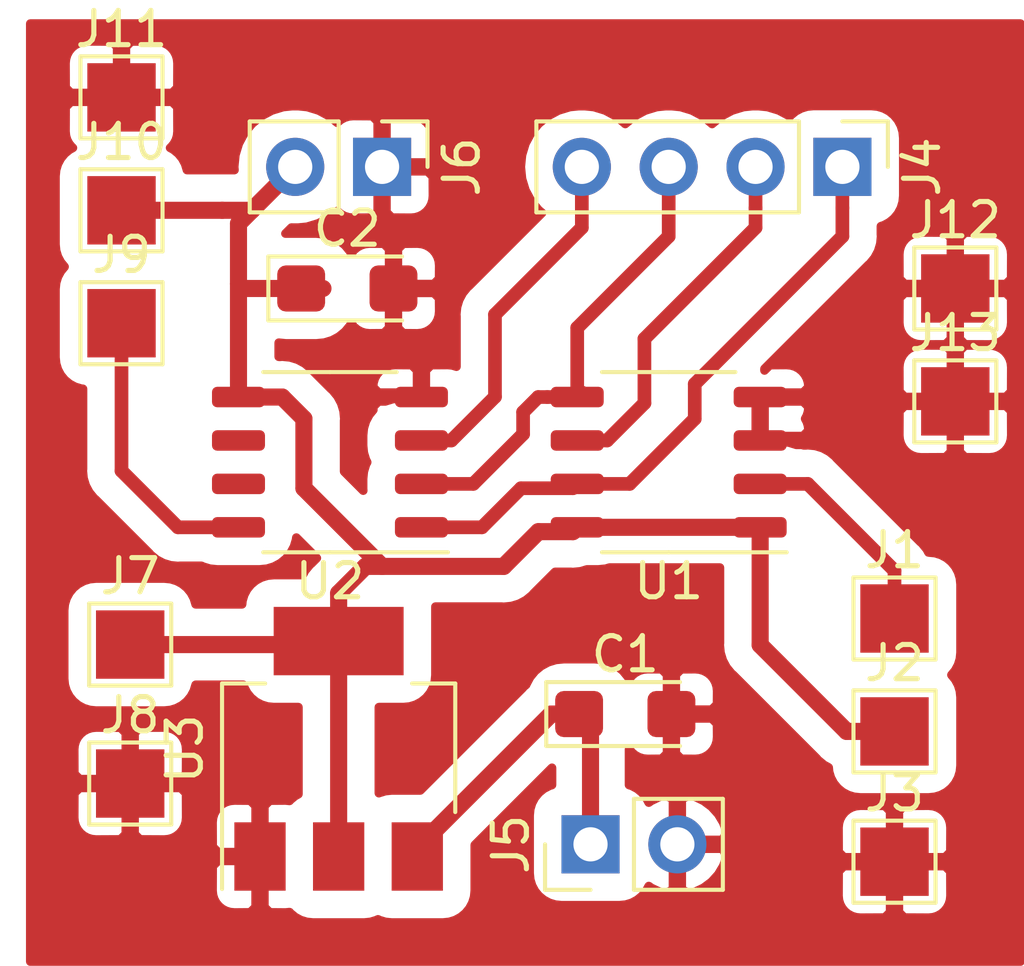
<source format=kicad_pcb>
(kicad_pcb (version 20171130) (host pcbnew "(5.1.4-0-10_14)")

  (general
    (thickness 1.6)
    (drawings 0)
    (tracks 70)
    (zones 0)
    (modules 18)
    (nets 10)
  )

  (page A4)
  (layers
    (0 F.Cu signal)
    (31 B.Cu signal)
    (32 B.Adhes user)
    (33 F.Adhes user)
    (34 B.Paste user)
    (35 F.Paste user)
    (36 B.SilkS user)
    (37 F.SilkS user)
    (38 B.Mask user)
    (39 F.Mask user)
    (40 Dwgs.User user)
    (41 Cmts.User user)
    (42 Eco1.User user)
    (43 Eco2.User user)
    (44 Edge.Cuts user)
    (45 Margin user)
    (46 B.CrtYd user)
    (47 F.CrtYd user)
    (48 B.Fab user)
    (49 F.Fab user)
  )

  (setup
    (last_trace_width 0.4)
    (trace_clearance 0.2)
    (zone_clearance 0.8)
    (zone_45_only no)
    (trace_min 0.2)
    (via_size 0.8)
    (via_drill 0.4)
    (via_min_size 0.4)
    (via_min_drill 0.3)
    (uvia_size 0.3)
    (uvia_drill 0.1)
    (uvias_allowed no)
    (uvia_min_size 0.2)
    (uvia_min_drill 0.1)
    (edge_width 0.15)
    (segment_width 0.2)
    (pcb_text_width 0.3)
    (pcb_text_size 1.5 1.5)
    (mod_edge_width 0.15)
    (mod_text_size 1 1)
    (mod_text_width 0.15)
    (pad_size 1.524 1.524)
    (pad_drill 0.762)
    (pad_to_mask_clearance 0.051)
    (solder_mask_min_width 0.25)
    (aux_axis_origin 0 0)
    (visible_elements FFFFFF7F)
    (pcbplotparams
      (layerselection 0x010fc_ffffffff)
      (usegerberextensions false)
      (usegerberattributes false)
      (usegerberadvancedattributes false)
      (creategerberjobfile false)
      (excludeedgelayer true)
      (linewidth 0.100000)
      (plotframeref false)
      (viasonmask false)
      (mode 1)
      (useauxorigin false)
      (hpglpennumber 1)
      (hpglpenspeed 20)
      (hpglpendiameter 15.000000)
      (psnegative false)
      (psa4output false)
      (plotreference true)
      (plotvalue true)
      (plotinvisibletext false)
      (padsonsilk false)
      (subtractmaskfromsilk false)
      (outputformat 1)
      (mirror false)
      (drillshape 1)
      (scaleselection 1)
      (outputdirectory ""))
  )

  (net 0 "")
  (net 1 +3V3)
  (net 2 GND)
  (net 3 MOSI)
  (net 4 MISO)
  (net 5 SCK)
  (net 6 MIC)
  (net 7 AUD_OUT)
  (net 8 HCS)
  (net 9 +5V)

  (net_class Default "This is the default net class."
    (clearance 0.2)
    (trace_width 0.4)
    (via_dia 0.8)
    (via_drill 0.4)
    (uvia_dia 0.3)
    (uvia_drill 0.1)
    (add_net AUD_OUT)
    (add_net GND)
    (add_net HCS)
    (add_net MIC)
    (add_net MISO)
    (add_net MOSI)
    (add_net "Net-(U2-Pad6)")
    (add_net "Net-(U2-Pad7)")
    (add_net SCK)
  )

  (net_class PWR ""
    (clearance 0.2)
    (trace_width 0.5)
    (via_dia 0.8)
    (via_drill 0.4)
    (uvia_dia 0.3)
    (uvia_drill 0.1)
    (add_net +3V3)
    (add_net +5V)
  )

  (module TestPoint:TestPoint_Pad_2.0x2.0mm (layer F.Cu) (tedit 5A0F774F) (tstamp 5D967786)
    (at 53.848 50.038)
    (descr "SMD rectangular pad as test Point, square 2.0mm side length")
    (tags "test point SMD pad rectangle square")
    (path /5D98D845)
    (attr virtual)
    (fp_text reference J13 (at 0 -1.998) (layer F.SilkS)
      (effects (font (size 1 1) (thickness 0.15)))
    )
    (fp_text value BTN_GND (at 0 2.05 90) (layer F.Fab)
      (effects (font (size 1 1) (thickness 0.15)))
    )
    (fp_line (start 1.5 1.5) (end -1.5 1.5) (layer F.CrtYd) (width 0.05))
    (fp_line (start 1.5 1.5) (end 1.5 -1.5) (layer F.CrtYd) (width 0.05))
    (fp_line (start -1.5 -1.5) (end -1.5 1.5) (layer F.CrtYd) (width 0.05))
    (fp_line (start -1.5 -1.5) (end 1.5 -1.5) (layer F.CrtYd) (width 0.05))
    (fp_line (start -1.2 1.2) (end -1.2 -1.2) (layer F.SilkS) (width 0.12))
    (fp_line (start 1.2 1.2) (end -1.2 1.2) (layer F.SilkS) (width 0.12))
    (fp_line (start 1.2 -1.2) (end 1.2 1.2) (layer F.SilkS) (width 0.12))
    (fp_line (start -1.2 -1.2) (end 1.2 -1.2) (layer F.SilkS) (width 0.12))
    (fp_text user %R (at 0 -2) (layer F.Fab)
      (effects (font (size 1 1) (thickness 0.15)))
    )
    (pad 1 smd rect (at 0 0) (size 2 2) (layers F.Cu F.Mask)
      (net 2 GND))
  )

  (module TestPoint:TestPoint_Pad_2.0x2.0mm (layer F.Cu) (tedit 5A0F774F) (tstamp 5D967778)
    (at 53.848 46.736)
    (descr "SMD rectangular pad as test Point, square 2.0mm side length")
    (tags "test point SMD pad rectangle square")
    (path /5D98C795)
    (attr virtual)
    (fp_text reference J12 (at 0 -1.998) (layer F.SilkS)
      (effects (font (size 1 1) (thickness 0.15)))
    )
    (fp_text value REED_GND (at 0 2.05 90) (layer F.Fab)
      (effects (font (size 1 1) (thickness 0.15)))
    )
    (fp_line (start 1.5 1.5) (end -1.5 1.5) (layer F.CrtYd) (width 0.05))
    (fp_line (start 1.5 1.5) (end 1.5 -1.5) (layer F.CrtYd) (width 0.05))
    (fp_line (start -1.5 -1.5) (end -1.5 1.5) (layer F.CrtYd) (width 0.05))
    (fp_line (start -1.5 -1.5) (end 1.5 -1.5) (layer F.CrtYd) (width 0.05))
    (fp_line (start -1.2 1.2) (end -1.2 -1.2) (layer F.SilkS) (width 0.12))
    (fp_line (start 1.2 1.2) (end -1.2 1.2) (layer F.SilkS) (width 0.12))
    (fp_line (start 1.2 -1.2) (end 1.2 1.2) (layer F.SilkS) (width 0.12))
    (fp_line (start -1.2 -1.2) (end 1.2 -1.2) (layer F.SilkS) (width 0.12))
    (fp_text user %R (at 0 -2) (layer F.Fab)
      (effects (font (size 1 1) (thickness 0.15)))
    )
    (pad 1 smd rect (at 0 0) (size 2 2) (layers F.Cu F.Mask)
      (net 2 GND))
  )

  (module TestPoint:TestPoint_Pad_2.0x2.0mm (layer F.Cu) (tedit 5A0F774F) (tstamp 5D96771C)
    (at 29.718 61.214)
    (descr "SMD rectangular pad as test Point, square 2.0mm side length")
    (tags "test point SMD pad rectangle square")
    (path /5D98B7C7)
    (attr virtual)
    (fp_text reference J8 (at 0 -1.998) (layer F.SilkS)
      (effects (font (size 1 1) (thickness 0.15)))
    )
    (fp_text value LED_GND (at 0 2.05) (layer F.Fab)
      (effects (font (size 1 1) (thickness 0.15)))
    )
    (fp_line (start 1.5 1.5) (end -1.5 1.5) (layer F.CrtYd) (width 0.05))
    (fp_line (start 1.5 1.5) (end 1.5 -1.5) (layer F.CrtYd) (width 0.05))
    (fp_line (start -1.5 -1.5) (end -1.5 1.5) (layer F.CrtYd) (width 0.05))
    (fp_line (start -1.5 -1.5) (end 1.5 -1.5) (layer F.CrtYd) (width 0.05))
    (fp_line (start -1.2 1.2) (end -1.2 -1.2) (layer F.SilkS) (width 0.12))
    (fp_line (start 1.2 1.2) (end -1.2 1.2) (layer F.SilkS) (width 0.12))
    (fp_line (start 1.2 -1.2) (end 1.2 1.2) (layer F.SilkS) (width 0.12))
    (fp_line (start -1.2 -1.2) (end 1.2 -1.2) (layer F.SilkS) (width 0.12))
    (fp_text user %R (at 0 -2) (layer F.Fab)
      (effects (font (size 1 1) (thickness 0.15)))
    )
    (pad 1 smd rect (at 0 0) (size 2 2) (layers F.Cu F.Mask)
      (net 2 GND))
  )

  (module TestPoint:TestPoint_Pad_2.0x2.0mm (layer F.Cu) (tedit 5A0F774F) (tstamp 5D96770E)
    (at 29.718 57.15)
    (descr "SMD rectangular pad as test Point, square 2.0mm side length")
    (tags "test point SMD pad rectangle square")
    (path /5D98B7BB)
    (attr virtual)
    (fp_text reference J7 (at 0 -1.998) (layer F.SilkS)
      (effects (font (size 1 1) (thickness 0.15)))
    )
    (fp_text value LED_PWR (at 0 2.05) (layer F.Fab)
      (effects (font (size 1 1) (thickness 0.15)))
    )
    (fp_line (start 1.5 1.5) (end -1.5 1.5) (layer F.CrtYd) (width 0.05))
    (fp_line (start 1.5 1.5) (end 1.5 -1.5) (layer F.CrtYd) (width 0.05))
    (fp_line (start -1.5 -1.5) (end -1.5 1.5) (layer F.CrtYd) (width 0.05))
    (fp_line (start -1.5 -1.5) (end 1.5 -1.5) (layer F.CrtYd) (width 0.05))
    (fp_line (start -1.2 1.2) (end -1.2 -1.2) (layer F.SilkS) (width 0.12))
    (fp_line (start 1.2 1.2) (end -1.2 1.2) (layer F.SilkS) (width 0.12))
    (fp_line (start 1.2 -1.2) (end 1.2 1.2) (layer F.SilkS) (width 0.12))
    (fp_line (start -1.2 -1.2) (end 1.2 -1.2) (layer F.SilkS) (width 0.12))
    (fp_text user %R (at 0 -2) (layer F.Fab)
      (effects (font (size 1 1) (thickness 0.15)))
    )
    (pad 1 smd rect (at 0 0) (size 2 2) (layers F.Cu F.Mask)
      (net 1 +3V3))
  )

  (module Capacitor_Tantalum_SMD:CP_EIA-3216-10_Kemet-I (layer F.Cu) (tedit 5B301BBE) (tstamp 5D9658DA)
    (at 36.068 46.736)
    (descr "Tantalum Capacitor SMD Kemet-I (3216-10 Metric), IPC_7351 nominal, (Body size from: http://www.kemet.com/Lists/ProductCatalog/Attachments/253/KEM_TC101_STD.pdf), generated with kicad-footprint-generator")
    (tags "capacitor tantalum")
    (path /5D96BF72)
    (attr smd)
    (fp_text reference C2 (at 0 -1.75) (layer F.SilkS)
      (effects (font (size 1 1) (thickness 0.15)))
    )
    (fp_text value 10uF (at 0 1.75) (layer F.Fab)
      (effects (font (size 1 1) (thickness 0.15)))
    )
    (fp_text user %R (at 0 0) (layer F.Fab)
      (effects (font (size 0.8 0.8) (thickness 0.12)))
    )
    (fp_line (start 2.3 1.05) (end -2.3 1.05) (layer F.CrtYd) (width 0.05))
    (fp_line (start 2.3 -1.05) (end 2.3 1.05) (layer F.CrtYd) (width 0.05))
    (fp_line (start -2.3 -1.05) (end 2.3 -1.05) (layer F.CrtYd) (width 0.05))
    (fp_line (start -2.3 1.05) (end -2.3 -1.05) (layer F.CrtYd) (width 0.05))
    (fp_line (start -2.31 0.935) (end 1.6 0.935) (layer F.SilkS) (width 0.12))
    (fp_line (start -2.31 -0.935) (end -2.31 0.935) (layer F.SilkS) (width 0.12))
    (fp_line (start 1.6 -0.935) (end -2.31 -0.935) (layer F.SilkS) (width 0.12))
    (fp_line (start 1.6 0.8) (end 1.6 -0.8) (layer F.Fab) (width 0.1))
    (fp_line (start -1.6 0.8) (end 1.6 0.8) (layer F.Fab) (width 0.1))
    (fp_line (start -1.6 -0.4) (end -1.6 0.8) (layer F.Fab) (width 0.1))
    (fp_line (start -1.2 -0.8) (end -1.6 -0.4) (layer F.Fab) (width 0.1))
    (fp_line (start 1.6 -0.8) (end -1.2 -0.8) (layer F.Fab) (width 0.1))
    (pad 2 smd roundrect (at 1.35 0) (size 1.4 1.35) (layers F.Cu F.Paste F.Mask) (roundrect_rratio 0.185185)
      (net 2 GND))
    (pad 1 smd roundrect (at -1.35 0) (size 1.4 1.35) (layers F.Cu F.Paste F.Mask) (roundrect_rratio 0.185185)
      (net 1 +3V3))
    (model ${KISYS3DMOD}/Capacitor_Tantalum_SMD.3dshapes/CP_EIA-3216-10_Kemet-I.wrl
      (at (xyz 0 0 0))
      (scale (xyz 1 1 1))
      (rotate (xyz 0 0 0))
    )
  )

  (module Package_TO_SOT_SMD:SOT-223-3_TabPin2 (layer F.Cu) (tedit 5A02FF57) (tstamp 5D965A36)
    (at 35.814 60.198 90)
    (descr "module CMS SOT223 4 pins")
    (tags "CMS SOT")
    (path /5D9678D0)
    (attr smd)
    (fp_text reference U3 (at 0 -4.5 90) (layer F.SilkS)
      (effects (font (size 1 1) (thickness 0.15)))
    )
    (fp_text value AMS1117-3.3 (at 0 4.5 90) (layer F.Fab)
      (effects (font (size 1 1) (thickness 0.15)))
    )
    (fp_line (start 1.85 -3.35) (end 1.85 3.35) (layer F.Fab) (width 0.1))
    (fp_line (start -1.85 3.35) (end 1.85 3.35) (layer F.Fab) (width 0.1))
    (fp_line (start -4.1 -3.41) (end 1.91 -3.41) (layer F.SilkS) (width 0.12))
    (fp_line (start -0.85 -3.35) (end 1.85 -3.35) (layer F.Fab) (width 0.1))
    (fp_line (start -1.85 3.41) (end 1.91 3.41) (layer F.SilkS) (width 0.12))
    (fp_line (start -1.85 -2.35) (end -1.85 3.35) (layer F.Fab) (width 0.1))
    (fp_line (start -1.85 -2.35) (end -0.85 -3.35) (layer F.Fab) (width 0.1))
    (fp_line (start -4.4 -3.6) (end -4.4 3.6) (layer F.CrtYd) (width 0.05))
    (fp_line (start -4.4 3.6) (end 4.4 3.6) (layer F.CrtYd) (width 0.05))
    (fp_line (start 4.4 3.6) (end 4.4 -3.6) (layer F.CrtYd) (width 0.05))
    (fp_line (start 4.4 -3.6) (end -4.4 -3.6) (layer F.CrtYd) (width 0.05))
    (fp_line (start 1.91 -3.41) (end 1.91 -2.15) (layer F.SilkS) (width 0.12))
    (fp_line (start 1.91 3.41) (end 1.91 2.15) (layer F.SilkS) (width 0.12))
    (fp_text user %R (at 0 0) (layer F.Fab)
      (effects (font (size 0.8 0.8) (thickness 0.12)))
    )
    (pad 1 smd rect (at -3.15 -2.3 90) (size 2 1.5) (layers F.Cu F.Paste F.Mask)
      (net 2 GND))
    (pad 3 smd rect (at -3.15 2.3 90) (size 2 1.5) (layers F.Cu F.Paste F.Mask)
      (net 9 +5V))
    (pad 2 smd rect (at -3.15 0 90) (size 2 1.5) (layers F.Cu F.Paste F.Mask)
      (net 1 +3V3))
    (pad 2 smd rect (at 3.15 0 90) (size 2 3.8) (layers F.Cu F.Paste F.Mask)
      (net 1 +3V3))
    (model ${KISYS3DMOD}/Package_TO_SOT_SMD.3dshapes/SOT-223.wrl
      (at (xyz 0 0 0))
      (scale (xyz 1 1 1))
      (rotate (xyz 0 0 0))
    )
  )

  (module Connector_PinHeader_2.54mm:PinHeader_1x02_P2.54mm_Vertical (layer F.Cu) (tedit 59FED5CC) (tstamp 5D96596A)
    (at 37.084 43.18 270)
    (descr "Through hole straight pin header, 1x02, 2.54mm pitch, single row")
    (tags "Through hole pin header THT 1x02 2.54mm single row")
    (path /5D96D0AB)
    (fp_text reference J6 (at 0 -2.33 90) (layer F.SilkS)
      (effects (font (size 1 1) (thickness 0.15)))
    )
    (fp_text value ESP-PWR (at 0 4.87 90) (layer F.Fab)
      (effects (font (size 1 1) (thickness 0.15)))
    )
    (fp_text user %R (at 0 1.27) (layer F.Fab)
      (effects (font (size 1 1) (thickness 0.15)))
    )
    (fp_line (start 1.8 -1.8) (end -1.8 -1.8) (layer F.CrtYd) (width 0.05))
    (fp_line (start 1.8 4.35) (end 1.8 -1.8) (layer F.CrtYd) (width 0.05))
    (fp_line (start -1.8 4.35) (end 1.8 4.35) (layer F.CrtYd) (width 0.05))
    (fp_line (start -1.8 -1.8) (end -1.8 4.35) (layer F.CrtYd) (width 0.05))
    (fp_line (start -1.33 -1.33) (end 0 -1.33) (layer F.SilkS) (width 0.12))
    (fp_line (start -1.33 0) (end -1.33 -1.33) (layer F.SilkS) (width 0.12))
    (fp_line (start -1.33 1.27) (end 1.33 1.27) (layer F.SilkS) (width 0.12))
    (fp_line (start 1.33 1.27) (end 1.33 3.87) (layer F.SilkS) (width 0.12))
    (fp_line (start -1.33 1.27) (end -1.33 3.87) (layer F.SilkS) (width 0.12))
    (fp_line (start -1.33 3.87) (end 1.33 3.87) (layer F.SilkS) (width 0.12))
    (fp_line (start -1.27 -0.635) (end -0.635 -1.27) (layer F.Fab) (width 0.1))
    (fp_line (start -1.27 3.81) (end -1.27 -0.635) (layer F.Fab) (width 0.1))
    (fp_line (start 1.27 3.81) (end -1.27 3.81) (layer F.Fab) (width 0.1))
    (fp_line (start 1.27 -1.27) (end 1.27 3.81) (layer F.Fab) (width 0.1))
    (fp_line (start -0.635 -1.27) (end 1.27 -1.27) (layer F.Fab) (width 0.1))
    (pad 2 thru_hole oval (at 0 2.54 270) (size 1.7 1.7) (drill 1) (layers *.Cu *.Mask)
      (net 1 +3V3))
    (pad 1 thru_hole rect (at 0 0 270) (size 1.7 1.7) (drill 1) (layers *.Cu *.Mask)
      (net 2 GND))
    (model ${KISYS3DMOD}/Connector_PinHeader_2.54mm.3dshapes/PinHeader_1x02_P2.54mm_Vertical.wrl
      (at (xyz 0 0 0))
      (scale (xyz 1 1 1))
      (rotate (xyz 0 0 0))
    )
  )

  (module Connector_PinHeader_2.54mm:PinHeader_1x02_P2.54mm_Vertical (layer F.Cu) (tedit 59FED5CC) (tstamp 5D966908)
    (at 43.18 62.992 90)
    (descr "Through hole straight pin header, 1x02, 2.54mm pitch, single row")
    (tags "Through hole pin header THT 1x02 2.54mm single row")
    (path /5D9609AE)
    (fp_text reference J5 (at 0 -2.33 90) (layer F.SilkS)
      (effects (font (size 1 1) (thickness 0.15)))
    )
    (fp_text value PWR (at 0 4.87 90) (layer F.Fab)
      (effects (font (size 1 1) (thickness 0.15)))
    )
    (fp_text user %R (at 0 1.27) (layer F.Fab)
      (effects (font (size 1 1) (thickness 0.15)))
    )
    (fp_line (start 1.8 -1.8) (end -1.8 -1.8) (layer F.CrtYd) (width 0.05))
    (fp_line (start 1.8 4.35) (end 1.8 -1.8) (layer F.CrtYd) (width 0.05))
    (fp_line (start -1.8 4.35) (end 1.8 4.35) (layer F.CrtYd) (width 0.05))
    (fp_line (start -1.8 -1.8) (end -1.8 4.35) (layer F.CrtYd) (width 0.05))
    (fp_line (start -1.33 -1.33) (end 0 -1.33) (layer F.SilkS) (width 0.12))
    (fp_line (start -1.33 0) (end -1.33 -1.33) (layer F.SilkS) (width 0.12))
    (fp_line (start -1.33 1.27) (end 1.33 1.27) (layer F.SilkS) (width 0.12))
    (fp_line (start 1.33 1.27) (end 1.33 3.87) (layer F.SilkS) (width 0.12))
    (fp_line (start -1.33 1.27) (end -1.33 3.87) (layer F.SilkS) (width 0.12))
    (fp_line (start -1.33 3.87) (end 1.33 3.87) (layer F.SilkS) (width 0.12))
    (fp_line (start -1.27 -0.635) (end -0.635 -1.27) (layer F.Fab) (width 0.1))
    (fp_line (start -1.27 3.81) (end -1.27 -0.635) (layer F.Fab) (width 0.1))
    (fp_line (start 1.27 3.81) (end -1.27 3.81) (layer F.Fab) (width 0.1))
    (fp_line (start 1.27 -1.27) (end 1.27 3.81) (layer F.Fab) (width 0.1))
    (fp_line (start -0.635 -1.27) (end 1.27 -1.27) (layer F.Fab) (width 0.1))
    (pad 2 thru_hole oval (at 0 2.54 90) (size 1.7 1.7) (drill 1) (layers *.Cu *.Mask)
      (net 2 GND))
    (pad 1 thru_hole rect (at 0 0 90) (size 1.7 1.7) (drill 1) (layers *.Cu *.Mask)
      (net 9 +5V))
    (model ${KISYS3DMOD}/Connector_PinHeader_2.54mm.3dshapes/PinHeader_1x02_P2.54mm_Vertical.wrl
      (at (xyz 0 0 0))
      (scale (xyz 1 1 1))
      (rotate (xyz 0 0 0))
    )
  )

  (module Capacitor_Tantalum_SMD:CP_EIA-3216-10_Kemet-I (layer F.Cu) (tedit 5B301BBE) (tstamp 5D96695F)
    (at 44.196 59.182)
    (descr "Tantalum Capacitor SMD Kemet-I (3216-10 Metric), IPC_7351 nominal, (Body size from: http://www.kemet.com/Lists/ProductCatalog/Attachments/253/KEM_TC101_STD.pdf), generated with kicad-footprint-generator")
    (tags "capacitor tantalum")
    (path /5D96A286)
    (attr smd)
    (fp_text reference C1 (at 0 -1.75) (layer F.SilkS)
      (effects (font (size 1 1) (thickness 0.15)))
    )
    (fp_text value 10uF (at 0 1.75) (layer F.Fab)
      (effects (font (size 1 1) (thickness 0.15)))
    )
    (fp_text user %R (at 0 0 180) (layer F.Fab)
      (effects (font (size 0.8 0.8) (thickness 0.12)))
    )
    (fp_line (start 2.3 1.05) (end -2.3 1.05) (layer F.CrtYd) (width 0.05))
    (fp_line (start 2.3 -1.05) (end 2.3 1.05) (layer F.CrtYd) (width 0.05))
    (fp_line (start -2.3 -1.05) (end 2.3 -1.05) (layer F.CrtYd) (width 0.05))
    (fp_line (start -2.3 1.05) (end -2.3 -1.05) (layer F.CrtYd) (width 0.05))
    (fp_line (start -2.31 0.935) (end 1.6 0.935) (layer F.SilkS) (width 0.12))
    (fp_line (start -2.31 -0.935) (end -2.31 0.935) (layer F.SilkS) (width 0.12))
    (fp_line (start 1.6 -0.935) (end -2.31 -0.935) (layer F.SilkS) (width 0.12))
    (fp_line (start 1.6 0.8) (end 1.6 -0.8) (layer F.Fab) (width 0.1))
    (fp_line (start -1.6 0.8) (end 1.6 0.8) (layer F.Fab) (width 0.1))
    (fp_line (start -1.6 -0.4) (end -1.6 0.8) (layer F.Fab) (width 0.1))
    (fp_line (start -1.2 -0.8) (end -1.6 -0.4) (layer F.Fab) (width 0.1))
    (fp_line (start 1.6 -0.8) (end -1.2 -0.8) (layer F.Fab) (width 0.1))
    (pad 2 smd roundrect (at 1.35 0) (size 1.4 1.35) (layers F.Cu F.Paste F.Mask) (roundrect_rratio 0.185185)
      (net 2 GND))
    (pad 1 smd roundrect (at -1.35 0) (size 1.4 1.35) (layers F.Cu F.Paste F.Mask) (roundrect_rratio 0.185185)
      (net 9 +5V))
    (model ${KISYS3DMOD}/Capacitor_Tantalum_SMD.3dshapes/CP_EIA-3216-10_Kemet-I.wrl
      (at (xyz 0 0 0))
      (scale (xyz 1 1 1))
      (rotate (xyz 0 0 0))
    )
  )

  (module Package_SO:SSOP-8_3.9x5.05mm_P1.27mm (layer F.Cu) (tedit 5B9564B2) (tstamp 5D95FFF1)
    (at 45.466 51.816 180)
    (descr "SSOP, 8 Pin (http://www.fujitsu.com/downloads/MICRO/fsa/pdf/products/memory/fram/MB85RS16-DS501-00014-6v0-E.pdf), generated with kicad-footprint-generator ipc_gullwing_generator.py")
    (tags "SSOP SO")
    (path /5BF6B0D1)
    (attr smd)
    (fp_text reference U1 (at 0 -3.48) (layer F.SilkS)
      (effects (font (size 1 1) (thickness 0.15)))
    )
    (fp_text value MCP3201/TLC549IP (at 0 3.48) (layer F.Fab)
      (effects (font (size 1 1) (thickness 0.15)))
    )
    (fp_text user %R (at 0 0) (layer F.Fab)
      (effects (font (size 0.98 0.98) (thickness 0.15)))
    )
    (fp_line (start 3.7 -2.78) (end -3.7 -2.78) (layer F.CrtYd) (width 0.05))
    (fp_line (start 3.7 2.78) (end 3.7 -2.78) (layer F.CrtYd) (width 0.05))
    (fp_line (start -3.7 2.78) (end 3.7 2.78) (layer F.CrtYd) (width 0.05))
    (fp_line (start -3.7 -2.78) (end -3.7 2.78) (layer F.CrtYd) (width 0.05))
    (fp_line (start -1.95 -1.55) (end -0.975 -2.525) (layer F.Fab) (width 0.1))
    (fp_line (start -1.95 2.525) (end -1.95 -1.55) (layer F.Fab) (width 0.1))
    (fp_line (start 1.95 2.525) (end -1.95 2.525) (layer F.Fab) (width 0.1))
    (fp_line (start 1.95 -2.525) (end 1.95 2.525) (layer F.Fab) (width 0.1))
    (fp_line (start -0.975 -2.525) (end 1.95 -2.525) (layer F.Fab) (width 0.1))
    (fp_line (start 0 -2.635) (end -3.45 -2.635) (layer F.SilkS) (width 0.12))
    (fp_line (start 0 -2.635) (end 1.95 -2.635) (layer F.SilkS) (width 0.12))
    (fp_line (start 0 2.635) (end -1.95 2.635) (layer F.SilkS) (width 0.12))
    (fp_line (start 0 2.635) (end 1.95 2.635) (layer F.SilkS) (width 0.12))
    (fp_line (start 0 2.635) (end 0 2.635) (layer B.Fab) (width 0.12))
    (pad 8 smd roundrect (at 2.675 -1.905 180) (size 1.55 0.6) (layers F.Cu F.Paste F.Mask) (roundrect_rratio 0.25)
      (net 1 +3V3))
    (pad 7 smd roundrect (at 2.675 -0.635 180) (size 1.55 0.6) (layers F.Cu F.Paste F.Mask) (roundrect_rratio 0.25)
      (net 5 SCK))
    (pad 6 smd roundrect (at 2.675 0.635 180) (size 1.55 0.6) (layers F.Cu F.Paste F.Mask) (roundrect_rratio 0.25)
      (net 4 MISO))
    (pad 5 smd roundrect (at 2.675 1.905 180) (size 1.55 0.6) (layers F.Cu F.Paste F.Mask) (roundrect_rratio 0.25)
      (net 8 HCS))
    (pad 4 smd roundrect (at -2.675 1.905 180) (size 1.55 0.6) (layers F.Cu F.Paste F.Mask) (roundrect_rratio 0.25)
      (net 2 GND))
    (pad 3 smd roundrect (at -2.675 0.635 180) (size 1.55 0.6) (layers F.Cu F.Paste F.Mask) (roundrect_rratio 0.25)
      (net 2 GND))
    (pad 2 smd roundrect (at -2.675 -0.635 180) (size 1.55 0.6) (layers F.Cu F.Paste F.Mask) (roundrect_rratio 0.25)
      (net 6 MIC))
    (pad 1 smd roundrect (at -2.675 -1.905 180) (size 1.55 0.6) (layers F.Cu F.Paste F.Mask) (roundrect_rratio 0.25)
      (net 1 +3V3))
    (model ${KISYS3DMOD}/Package_SO.3dshapes/SSOP-8_3.9x5.05mm_P1.27mm.wrl
      (at (xyz 0 0 0))
      (scale (xyz 1 1 1))
      (rotate (xyz 0 0 0))
    )
  )

  (module Connector_PinHeader_2.54mm:PinHeader_1x04_P2.54mm_Vertical (layer F.Cu) (tedit 59FED5CC) (tstamp 5D95F685)
    (at 50.546 43.18 270)
    (descr "Through hole straight pin header, 1x04, 2.54mm pitch, single row")
    (tags "Through hole pin header THT 1x04 2.54mm single row")
    (path /5BF724CE)
    (fp_text reference J4 (at 0 -2.33 90) (layer F.SilkS)
      (effects (font (size 1 1) (thickness 0.15)))
    )
    (fp_text value ESP (at 0 9.95 90) (layer F.Fab)
      (effects (font (size 1 1) (thickness 0.15)))
    )
    (fp_text user %R (at 0 3.81) (layer F.Fab)
      (effects (font (size 1 1) (thickness 0.15)))
    )
    (fp_line (start 1.8 -1.8) (end -1.8 -1.8) (layer F.CrtYd) (width 0.05))
    (fp_line (start 1.8 9.4) (end 1.8 -1.8) (layer F.CrtYd) (width 0.05))
    (fp_line (start -1.8 9.4) (end 1.8 9.4) (layer F.CrtYd) (width 0.05))
    (fp_line (start -1.8 -1.8) (end -1.8 9.4) (layer F.CrtYd) (width 0.05))
    (fp_line (start -1.33 -1.33) (end 0 -1.33) (layer F.SilkS) (width 0.12))
    (fp_line (start -1.33 0) (end -1.33 -1.33) (layer F.SilkS) (width 0.12))
    (fp_line (start -1.33 1.27) (end 1.33 1.27) (layer F.SilkS) (width 0.12))
    (fp_line (start 1.33 1.27) (end 1.33 8.95) (layer F.SilkS) (width 0.12))
    (fp_line (start -1.33 1.27) (end -1.33 8.95) (layer F.SilkS) (width 0.12))
    (fp_line (start -1.33 8.95) (end 1.33 8.95) (layer F.SilkS) (width 0.12))
    (fp_line (start -1.27 -0.635) (end -0.635 -1.27) (layer F.Fab) (width 0.1))
    (fp_line (start -1.27 8.89) (end -1.27 -0.635) (layer F.Fab) (width 0.1))
    (fp_line (start 1.27 8.89) (end -1.27 8.89) (layer F.Fab) (width 0.1))
    (fp_line (start 1.27 -1.27) (end 1.27 8.89) (layer F.Fab) (width 0.1))
    (fp_line (start -0.635 -1.27) (end 1.27 -1.27) (layer F.Fab) (width 0.1))
    (pad 4 thru_hole oval (at 0 7.62 270) (size 1.7 1.7) (drill 1) (layers *.Cu *.Mask)
      (net 3 MOSI))
    (pad 3 thru_hole oval (at 0 5.08 270) (size 1.7 1.7) (drill 1) (layers *.Cu *.Mask)
      (net 8 HCS))
    (pad 2 thru_hole oval (at 0 2.54 270) (size 1.7 1.7) (drill 1) (layers *.Cu *.Mask)
      (net 4 MISO))
    (pad 1 thru_hole rect (at 0 0 270) (size 1.7 1.7) (drill 1) (layers *.Cu *.Mask)
      (net 5 SCK))
    (model ${KISYS3DMOD}/Connector_PinHeader_2.54mm.3dshapes/PinHeader_1x04_P2.54mm_Vertical.wrl
      (at (xyz 0 0 0))
      (scale (xyz 1 1 1))
      (rotate (xyz 0 0 0))
    )
  )

  (module Package_SO:SSOP-8_3.9x5.05mm_P1.27mm (layer F.Cu) (tedit 5B9564B2) (tstamp 5D95F772)
    (at 35.56 51.816 180)
    (descr "SSOP, 8 Pin (http://www.fujitsu.com/downloads/MICRO/fsa/pdf/products/memory/fram/MB85RS16-DS501-00014-6v0-E.pdf), generated with kicad-footprint-generator ipc_gullwing_generator.py")
    (tags "SSOP SO")
    (path /5CA8C038)
    (attr smd)
    (fp_text reference U2 (at 0 -3.48) (layer F.SilkS)
      (effects (font (size 1 1) (thickness 0.15)))
    )
    (fp_text value PT8211 (at 0 3.48) (layer F.Fab)
      (effects (font (size 1 1) (thickness 0.15)))
    )
    (fp_text user %R (at 0 0) (layer F.Fab)
      (effects (font (size 0.98 0.98) (thickness 0.15)))
    )
    (fp_line (start 3.7 -2.78) (end -3.7 -2.78) (layer F.CrtYd) (width 0.05))
    (fp_line (start 3.7 2.78) (end 3.7 -2.78) (layer F.CrtYd) (width 0.05))
    (fp_line (start -3.7 2.78) (end 3.7 2.78) (layer F.CrtYd) (width 0.05))
    (fp_line (start -3.7 -2.78) (end -3.7 2.78) (layer F.CrtYd) (width 0.05))
    (fp_line (start -1.95 -1.55) (end -0.975 -2.525) (layer F.Fab) (width 0.1))
    (fp_line (start -1.95 2.525) (end -1.95 -1.55) (layer F.Fab) (width 0.1))
    (fp_line (start 1.95 2.525) (end -1.95 2.525) (layer F.Fab) (width 0.1))
    (fp_line (start 1.95 -2.525) (end 1.95 2.525) (layer F.Fab) (width 0.1))
    (fp_line (start -0.975 -2.525) (end 1.95 -2.525) (layer F.Fab) (width 0.1))
    (fp_line (start 0 -2.635) (end -3.45 -2.635) (layer F.SilkS) (width 0.12))
    (fp_line (start 0 -2.635) (end 1.95 -2.635) (layer F.SilkS) (width 0.12))
    (fp_line (start 0 2.635) (end -1.95 2.635) (layer F.SilkS) (width 0.12))
    (fp_line (start 0 2.635) (end 1.95 2.635) (layer F.SilkS) (width 0.12))
    (fp_line (start 0 2.635) (end 0 2.635) (layer B.Fab) (width 0.12))
    (pad 8 smd roundrect (at 2.675 -1.905 180) (size 1.55 0.6) (layers F.Cu F.Paste F.Mask) (roundrect_rratio 0.25)
      (net 7 AUD_OUT))
    (pad 7 smd roundrect (at 2.675 -0.635 180) (size 1.55 0.6) (layers F.Cu F.Paste F.Mask) (roundrect_rratio 0.25))
    (pad 6 smd roundrect (at 2.675 0.635 180) (size 1.55 0.6) (layers F.Cu F.Paste F.Mask) (roundrect_rratio 0.25))
    (pad 5 smd roundrect (at 2.675 1.905 180) (size 1.55 0.6) (layers F.Cu F.Paste F.Mask) (roundrect_rratio 0.25)
      (net 1 +3V3))
    (pad 4 smd roundrect (at -2.675 1.905 180) (size 1.55 0.6) (layers F.Cu F.Paste F.Mask) (roundrect_rratio 0.25)
      (net 2 GND))
    (pad 3 smd roundrect (at -2.675 0.635 180) (size 1.55 0.6) (layers F.Cu F.Paste F.Mask) (roundrect_rratio 0.25)
      (net 3 MOSI))
    (pad 2 smd roundrect (at -2.675 -0.635 180) (size 1.55 0.6) (layers F.Cu F.Paste F.Mask) (roundrect_rratio 0.25)
      (net 8 HCS))
    (pad 1 smd roundrect (at -2.675 -1.905 180) (size 1.55 0.6) (layers F.Cu F.Paste F.Mask) (roundrect_rratio 0.25)
      (net 5 SCK))
    (model ${KISYS3DMOD}/Package_SO.3dshapes/SSOP-8_3.9x5.05mm_P1.27mm.wrl
      (at (xyz 0 0 0))
      (scale (xyz 1 1 1))
      (rotate (xyz 0 0 0))
    )
  )

  (module TestPoint:TestPoint_Pad_2.0x2.0mm (layer F.Cu) (tedit 5A0F774F) (tstamp 5D96098E)
    (at 29.464 41.148)
    (descr "SMD rectangular pad as test Point, square 2.0mm side length")
    (tags "test point SMD pad rectangle square")
    (path /5D974A45)
    (attr virtual)
    (fp_text reference J11 (at 0 -1.998) (layer F.SilkS)
      (effects (font (size 1 1) (thickness 0.15)))
    )
    (fp_text value SPK_GND (at 0 2.05) (layer F.Fab)
      (effects (font (size 1 1) (thickness 0.15)))
    )
    (fp_line (start 1.5 1.5) (end -1.5 1.5) (layer F.CrtYd) (width 0.05))
    (fp_line (start 1.5 1.5) (end 1.5 -1.5) (layer F.CrtYd) (width 0.05))
    (fp_line (start -1.5 -1.5) (end -1.5 1.5) (layer F.CrtYd) (width 0.05))
    (fp_line (start -1.5 -1.5) (end 1.5 -1.5) (layer F.CrtYd) (width 0.05))
    (fp_line (start -1.2 1.2) (end -1.2 -1.2) (layer F.SilkS) (width 0.12))
    (fp_line (start 1.2 1.2) (end -1.2 1.2) (layer F.SilkS) (width 0.12))
    (fp_line (start 1.2 -1.2) (end 1.2 1.2) (layer F.SilkS) (width 0.12))
    (fp_line (start -1.2 -1.2) (end 1.2 -1.2) (layer F.SilkS) (width 0.12))
    (fp_text user %R (at 0 -2) (layer F.Fab)
      (effects (font (size 1 1) (thickness 0.15)))
    )
    (pad 1 smd rect (at 0 0) (size 2 2) (layers F.Cu F.Mask)
      (net 2 GND))
  )

  (module TestPoint:TestPoint_Pad_2.0x2.0mm (layer F.Cu) (tedit 5A0F774F) (tstamp 5D9609B5)
    (at 29.464 44.45)
    (descr "SMD rectangular pad as test Point, square 2.0mm side length")
    (tags "test point SMD pad rectangle square")
    (path /5D974A39)
    (attr virtual)
    (fp_text reference J10 (at 0 -1.998) (layer F.SilkS)
      (effects (font (size 1 1) (thickness 0.15)))
    )
    (fp_text value SPK_PWR (at 0 2.05) (layer F.Fab)
      (effects (font (size 1 1) (thickness 0.15)))
    )
    (fp_line (start 1.5 1.5) (end -1.5 1.5) (layer F.CrtYd) (width 0.05))
    (fp_line (start 1.5 1.5) (end 1.5 -1.5) (layer F.CrtYd) (width 0.05))
    (fp_line (start -1.5 -1.5) (end -1.5 1.5) (layer F.CrtYd) (width 0.05))
    (fp_line (start -1.5 -1.5) (end 1.5 -1.5) (layer F.CrtYd) (width 0.05))
    (fp_line (start -1.2 1.2) (end -1.2 -1.2) (layer F.SilkS) (width 0.12))
    (fp_line (start 1.2 1.2) (end -1.2 1.2) (layer F.SilkS) (width 0.12))
    (fp_line (start 1.2 -1.2) (end 1.2 1.2) (layer F.SilkS) (width 0.12))
    (fp_line (start -1.2 -1.2) (end 1.2 -1.2) (layer F.SilkS) (width 0.12))
    (fp_text user %R (at 0 -2) (layer F.Fab)
      (effects (font (size 1 1) (thickness 0.15)))
    )
    (pad 1 smd rect (at 0 0) (size 2 2) (layers F.Cu F.Mask)
      (net 1 +3V3))
  )

  (module TestPoint:TestPoint_Pad_2.0x2.0mm (layer F.Cu) (tedit 5A0F774F) (tstamp 5D9609DC)
    (at 29.464 47.752)
    (descr "SMD rectangular pad as test Point, square 2.0mm side length")
    (tags "test point SMD pad rectangle square")
    (path /5D974A32)
    (attr virtual)
    (fp_text reference J9 (at 0 -1.998) (layer F.SilkS)
      (effects (font (size 1 1) (thickness 0.15)))
    )
    (fp_text value SPK_OUT (at 0 2.05) (layer F.Fab)
      (effects (font (size 1 1) (thickness 0.15)))
    )
    (fp_line (start 1.5 1.5) (end -1.5 1.5) (layer F.CrtYd) (width 0.05))
    (fp_line (start 1.5 1.5) (end 1.5 -1.5) (layer F.CrtYd) (width 0.05))
    (fp_line (start -1.5 -1.5) (end -1.5 1.5) (layer F.CrtYd) (width 0.05))
    (fp_line (start -1.5 -1.5) (end 1.5 -1.5) (layer F.CrtYd) (width 0.05))
    (fp_line (start -1.2 1.2) (end -1.2 -1.2) (layer F.SilkS) (width 0.12))
    (fp_line (start 1.2 1.2) (end -1.2 1.2) (layer F.SilkS) (width 0.12))
    (fp_line (start 1.2 -1.2) (end 1.2 1.2) (layer F.SilkS) (width 0.12))
    (fp_line (start -1.2 -1.2) (end 1.2 -1.2) (layer F.SilkS) (width 0.12))
    (fp_text user %R (at 0 -2) (layer F.Fab)
      (effects (font (size 1 1) (thickness 0.15)))
    )
    (pad 1 smd rect (at 0 0) (size 2 2) (layers F.Cu F.Mask)
      (net 7 AUD_OUT))
  )

  (module TestPoint:TestPoint_Pad_2.0x2.0mm (layer F.Cu) (tedit 5A0F774F) (tstamp 5D95F638)
    (at 52.07 63.5)
    (descr "SMD rectangular pad as test Point, square 2.0mm side length")
    (tags "test point SMD pad rectangle square")
    (path /5D96A9CA)
    (attr virtual)
    (fp_text reference J3 (at 0 -1.998) (layer F.SilkS)
      (effects (font (size 1 1) (thickness 0.15)))
    )
    (fp_text value MIC_GND (at 0 2.05) (layer F.Fab)
      (effects (font (size 1 1) (thickness 0.15)))
    )
    (fp_line (start 1.5 1.5) (end -1.5 1.5) (layer F.CrtYd) (width 0.05))
    (fp_line (start 1.5 1.5) (end 1.5 -1.5) (layer F.CrtYd) (width 0.05))
    (fp_line (start -1.5 -1.5) (end -1.5 1.5) (layer F.CrtYd) (width 0.05))
    (fp_line (start -1.5 -1.5) (end 1.5 -1.5) (layer F.CrtYd) (width 0.05))
    (fp_line (start -1.2 1.2) (end -1.2 -1.2) (layer F.SilkS) (width 0.12))
    (fp_line (start 1.2 1.2) (end -1.2 1.2) (layer F.SilkS) (width 0.12))
    (fp_line (start 1.2 -1.2) (end 1.2 1.2) (layer F.SilkS) (width 0.12))
    (fp_line (start -1.2 -1.2) (end 1.2 -1.2) (layer F.SilkS) (width 0.12))
    (fp_text user %R (at 0 -2) (layer F.Fab)
      (effects (font (size 1 1) (thickness 0.15)))
    )
    (pad 1 smd rect (at 0 0) (size 2 2) (layers F.Cu F.Mask)
      (net 2 GND))
  )

  (module TestPoint:TestPoint_Pad_2.0x2.0mm (layer F.Cu) (tedit 5A0F774F) (tstamp 5D95F62A)
    (at 52.07 59.69)
    (descr "SMD rectangular pad as test Point, square 2.0mm side length")
    (tags "test point SMD pad rectangle square")
    (path /5D967AD7)
    (attr virtual)
    (fp_text reference J2 (at 0 -1.998) (layer F.SilkS)
      (effects (font (size 1 1) (thickness 0.15)))
    )
    (fp_text value MIC_PWR (at 0 2.05) (layer F.Fab)
      (effects (font (size 1 1) (thickness 0.15)))
    )
    (fp_line (start 1.5 1.5) (end -1.5 1.5) (layer F.CrtYd) (width 0.05))
    (fp_line (start 1.5 1.5) (end 1.5 -1.5) (layer F.CrtYd) (width 0.05))
    (fp_line (start -1.5 -1.5) (end -1.5 1.5) (layer F.CrtYd) (width 0.05))
    (fp_line (start -1.5 -1.5) (end 1.5 -1.5) (layer F.CrtYd) (width 0.05))
    (fp_line (start -1.2 1.2) (end -1.2 -1.2) (layer F.SilkS) (width 0.12))
    (fp_line (start 1.2 1.2) (end -1.2 1.2) (layer F.SilkS) (width 0.12))
    (fp_line (start 1.2 -1.2) (end 1.2 1.2) (layer F.SilkS) (width 0.12))
    (fp_line (start -1.2 -1.2) (end 1.2 -1.2) (layer F.SilkS) (width 0.12))
    (fp_text user %R (at 0 -2) (layer F.Fab)
      (effects (font (size 1 1) (thickness 0.15)))
    )
    (pad 1 smd rect (at 0 0) (size 2 2) (layers F.Cu F.Mask)
      (net 1 +3V3))
  )

  (module TestPoint:TestPoint_Pad_2.0x2.0mm (layer F.Cu) (tedit 5A0F774F) (tstamp 5D95F61C)
    (at 52.07 56.388)
    (descr "SMD rectangular pad as test Point, square 2.0mm side length")
    (tags "test point SMD pad rectangle square")
    (path /5D96722E)
    (attr virtual)
    (fp_text reference J1 (at 0 -1.998) (layer F.SilkS)
      (effects (font (size 1 1) (thickness 0.15)))
    )
    (fp_text value MIC_IN (at 0 2.05) (layer F.Fab)
      (effects (font (size 1 1) (thickness 0.15)))
    )
    (fp_line (start 1.5 1.5) (end -1.5 1.5) (layer F.CrtYd) (width 0.05))
    (fp_line (start 1.5 1.5) (end 1.5 -1.5) (layer F.CrtYd) (width 0.05))
    (fp_line (start -1.5 -1.5) (end -1.5 1.5) (layer F.CrtYd) (width 0.05))
    (fp_line (start -1.5 -1.5) (end 1.5 -1.5) (layer F.CrtYd) (width 0.05))
    (fp_line (start -1.2 1.2) (end -1.2 -1.2) (layer F.SilkS) (width 0.12))
    (fp_line (start 1.2 1.2) (end -1.2 1.2) (layer F.SilkS) (width 0.12))
    (fp_line (start 1.2 -1.2) (end 1.2 1.2) (layer F.SilkS) (width 0.12))
    (fp_line (start -1.2 -1.2) (end 1.2 -1.2) (layer F.SilkS) (width 0.12))
    (fp_text user %R (at 0 -2) (layer F.Fab)
      (effects (font (size 1 1) (thickness 0.15)))
    )
    (pad 1 smd rect (at 0 0) (size 2 2) (layers F.Cu F.Mask)
      (net 6 MIC))
  )

  (segment (start 42.791 53.721) (end 48.141 53.721) (width 0.5) (layer F.Cu) (net 1))
  (segment (start 42.664 53.848) (end 42.791 53.721) (width 0.5) (layer F.Cu) (net 1))
  (segment (start 41.656 53.848) (end 42.664 53.848) (width 0.5) (layer F.Cu) (net 1))
  (segment (start 40.64 54.864) (end 41.656 53.848) (width 0.5) (layer F.Cu) (net 1))
  (segment (start 37.084 54.864) (end 40.64 54.864) (width 0.5) (layer F.Cu) (net 1))
  (segment (start 34.798 52.578) (end 37.084 54.864) (width 0.5) (layer F.Cu) (net 1))
  (segment (start 34.798 50.546) (end 34.798 52.578) (width 0.5) (layer F.Cu) (net 1))
  (segment (start 34.163 49.911) (end 34.798 50.546) (width 0.5) (layer F.Cu) (net 1))
  (segment (start 32.885 49.911) (end 34.163 49.911) (width 0.5) (layer F.Cu) (net 1))
  (segment (start 29.464 44.45) (end 32.41 44.45) (width 0.5) (layer F.Cu) (net 1))
  (segment (start 33.274 44.45) (end 34.544 43.18) (width 0.5) (layer F.Cu) (net 1))
  (segment (start 32.41 44.45) (end 33.274 44.45) (width 0.5) (layer F.Cu) (net 1))
  (segment (start 32.885 44.839) (end 33.274 44.45) (width 0.5) (layer F.Cu) (net 1))
  (segment (start 32.885 46.601) (end 33.02 46.736) (width 0.5) (layer F.Cu) (net 1))
  (segment (start 33.02 46.736) (end 35.3555 46.736) (width 0.5) (layer F.Cu) (net 1))
  (segment (start 32.885 49.911) (end 32.885 46.601) (width 0.5) (layer F.Cu) (net 1))
  (segment (start 32.885 46.601) (end 32.885 44.839) (width 0.5) (layer F.Cu) (net 1))
  (segment (start 35.814 55.648) (end 35.814 57.048) (width 0.5) (layer F.Cu) (net 1))
  (segment (start 36.598 54.864) (end 35.814 55.648) (width 0.5) (layer F.Cu) (net 1))
  (segment (start 37.084 54.864) (end 36.598 54.864) (width 0.5) (layer F.Cu) (net 1))
  (segment (start 35.814 63.348) (end 35.814 57.048) (width 0.5) (layer F.Cu) (net 1))
  (segment (start 35.712 57.15) (end 35.814 57.048) (width 0.5) (layer F.Cu) (net 1))
  (segment (start 29.718 57.15) (end 35.712 57.15) (width 0.5) (layer F.Cu) (net 1))
  (segment (start 50.67 59.69) (end 52.07 59.69) (width 0.5) (layer F.Cu) (net 1))
  (segment (start 48.141 57.161) (end 50.67 59.69) (width 0.5) (layer F.Cu) (net 1))
  (segment (start 48.141 53.721) (end 48.141 57.161) (width 0.5) (layer F.Cu) (net 1))
  (segment (start 48.141 49.911) (end 48.141 51.181) (width 0.4) (layer F.Cu) (net 2))
  (segment (start 39.11 51.181) (end 40.386 49.905) (width 0.4) (layer F.Cu) (net 3))
  (segment (start 38.235 51.181) (end 39.11 51.181) (width 0.4) (layer F.Cu) (net 3))
  (segment (start 40.386 49.905) (end 40.386 47.498) (width 0.4) (layer F.Cu) (net 3))
  (segment (start 42.926 44.958) (end 42.926 43.18) (width 0.4) (layer F.Cu) (net 3))
  (segment (start 40.386 47.498) (end 42.926 44.958) (width 0.4) (layer F.Cu) (net 3))
  (segment (start 48.006 44.958) (end 48.006 44.382081) (width 0.4) (layer F.Cu) (net 4))
  (segment (start 48.006 44.382081) (end 48.006 43.18) (width 0.4) (layer F.Cu) (net 4))
  (segment (start 44.7565 48.2075) (end 48.006 44.958) (width 0.4) (layer F.Cu) (net 4))
  (segment (start 44.7565 50.0905) (end 44.7565 48.2075) (width 0.4) (layer F.Cu) (net 4))
  (segment (start 43.666 51.181) (end 44.7565 50.0905) (width 0.4) (layer F.Cu) (net 4))
  (segment (start 42.791 51.181) (end 43.666 51.181) (width 0.4) (layer F.Cu) (net 4))
  (segment (start 42.664 52.578) (end 42.791 52.451) (width 0.4) (layer F.Cu) (net 5))
  (segment (start 41.148 52.578) (end 42.664 52.578) (width 0.4) (layer F.Cu) (net 5))
  (segment (start 40.005 53.721) (end 41.148 52.578) (width 0.4) (layer F.Cu) (net 5))
  (segment (start 38.235 53.721) (end 40.005 53.721) (width 0.4) (layer F.Cu) (net 5))
  (segment (start 50.546 45.212) (end 50.546 44.382081) (width 0.4) (layer F.Cu) (net 5))
  (segment (start 46.228 49.53) (end 50.546 45.212) (width 0.4) (layer F.Cu) (net 5))
  (segment (start 46.228 50.546) (end 46.228 49.53) (width 0.4) (layer F.Cu) (net 5))
  (segment (start 44.323 52.451) (end 46.228 50.546) (width 0.4) (layer F.Cu) (net 5))
  (segment (start 50.546 44.382081) (end 50.546 43.18) (width 0.4) (layer F.Cu) (net 5))
  (segment (start 42.791 52.451) (end 44.323 52.451) (width 0.4) (layer F.Cu) (net 5))
  (segment (start 52.07 54.988) (end 52.07 56.388) (width 0.4) (layer F.Cu) (net 6))
  (segment (start 49.533 52.451) (end 52.07 54.988) (width 0.4) (layer F.Cu) (net 6))
  (segment (start 48.141 52.451) (end 49.533 52.451) (width 0.4) (layer F.Cu) (net 6))
  (segment (start 31.115 53.721) (end 32.885 53.721) (width 0.4) (layer F.Cu) (net 7))
  (segment (start 29.464 52.07) (end 31.115 53.721) (width 0.4) (layer F.Cu) (net 7))
  (segment (start 29.464 47.752) (end 29.464 52.07) (width 0.4) (layer F.Cu) (net 7))
  (segment (start 41.916 49.911) (end 42.791 49.911) (width 0.4) (layer F.Cu) (net 8))
  (segment (start 41.65 49.911) (end 41.916 49.911) (width 0.4) (layer F.Cu) (net 8))
  (segment (start 41.2085 50.9935) (end 41.2085 50.3525) (width 0.4) (layer F.Cu) (net 8))
  (segment (start 41.2085 50.3525) (end 41.65 49.911) (width 0.4) (layer F.Cu) (net 8))
  (segment (start 39.751 52.451) (end 41.2085 50.9935) (width 0.4) (layer F.Cu) (net 8))
  (segment (start 38.235 52.451) (end 39.751 52.451) (width 0.4) (layer F.Cu) (net 8))
  (segment (start 42.926 49.776) (end 42.791 49.911) (width 0.4) (layer F.Cu) (net 8))
  (segment (start 42.791 49.911) (end 42.791 47.887) (width 0.4) (layer F.Cu) (net 8))
  (segment (start 45.466 45.212) (end 45.466 43.18) (width 0.4) (layer F.Cu) (net 8))
  (segment (start 42.791 47.887) (end 45.466 45.212) (width 0.4) (layer F.Cu) (net 8))
  (segment (start 42.046 59.182) (end 42.846 59.182) (width 0.5) (layer F.Cu) (net 9))
  (segment (start 42.03 59.182) (end 42.046 59.182) (width 0.5) (layer F.Cu) (net 9))
  (segment (start 38.114 63.098) (end 42.03 59.182) (width 0.5) (layer F.Cu) (net 9))
  (segment (start 38.114 63.348) (end 38.114 63.098) (width 0.5) (layer F.Cu) (net 9))
  (segment (start 43.18 59.516) (end 42.846 59.182) (width 0.5) (layer F.Cu) (net 9))
  (segment (start 43.18 62.992) (end 43.18 59.516) (width 0.5) (layer F.Cu) (net 9))

  (zone (net 2) (net_name GND) (layer F.Cu) (tstamp 5D961DED) (hatch edge 0.508)
    (connect_pads (clearance 0.8))
    (min_thickness 0.254)
    (fill yes (arc_segments 32) (thermal_gap 0.508) (thermal_bridge_width 0.508))
    (polygon
      (pts
        (xy 26.67 38.862) (xy 26.67 66.548) (xy 55.88 66.548) (xy 55.88 38.862)
      )
    )
    (filled_polygon
      (pts
        (xy 55.753 66.421) (xy 26.797 66.421) (xy 26.797 64.348) (xy 32.125928 64.348) (xy 32.138188 64.472482)
        (xy 32.174498 64.59218) (xy 32.233463 64.702494) (xy 32.312815 64.799185) (xy 32.409506 64.878537) (xy 32.51982 64.937502)
        (xy 32.639518 64.973812) (xy 32.764 64.986072) (xy 33.22825 64.983) (xy 33.387 64.82425) (xy 33.387 63.475)
        (xy 32.28775 63.475) (xy 32.129 63.63375) (xy 32.125928 64.348) (xy 26.797 64.348) (xy 26.797 62.214)
        (xy 28.079928 62.214) (xy 28.092188 62.338482) (xy 28.128498 62.45818) (xy 28.187463 62.568494) (xy 28.266815 62.665185)
        (xy 28.363506 62.744537) (xy 28.47382 62.803502) (xy 28.593518 62.839812) (xy 28.718 62.852072) (xy 29.43225 62.849)
        (xy 29.591 62.69025) (xy 29.591 61.341) (xy 29.845 61.341) (xy 29.845 62.69025) (xy 30.00375 62.849)
        (xy 30.718 62.852072) (xy 30.842482 62.839812) (xy 30.96218 62.803502) (xy 31.072494 62.744537) (xy 31.169185 62.665185)
        (xy 31.248537 62.568494) (xy 31.307502 62.45818) (xy 31.340924 62.348) (xy 32.125928 62.348) (xy 32.129 63.06225)
        (xy 32.28775 63.221) (xy 33.387 63.221) (xy 33.387 61.87175) (xy 33.22825 61.713) (xy 32.764 61.709928)
        (xy 32.639518 61.722188) (xy 32.51982 61.758498) (xy 32.409506 61.817463) (xy 32.312815 61.896815) (xy 32.233463 61.993506)
        (xy 32.174498 62.10382) (xy 32.138188 62.223518) (xy 32.125928 62.348) (xy 31.340924 62.348) (xy 31.343812 62.338482)
        (xy 31.356072 62.214) (xy 31.353 61.49975) (xy 31.19425 61.341) (xy 29.845 61.341) (xy 29.591 61.341)
        (xy 28.24175 61.341) (xy 28.083 61.49975) (xy 28.079928 62.214) (xy 26.797 62.214) (xy 26.797 60.214)
        (xy 28.079928 60.214) (xy 28.083 60.92825) (xy 28.24175 61.087) (xy 29.591 61.087) (xy 29.591 59.73775)
        (xy 29.845 59.73775) (xy 29.845 61.087) (xy 31.19425 61.087) (xy 31.353 60.92825) (xy 31.356072 60.214)
        (xy 31.343812 60.089518) (xy 31.307502 59.96982) (xy 31.248537 59.859506) (xy 31.169185 59.762815) (xy 31.072494 59.683463)
        (xy 30.96218 59.624498) (xy 30.842482 59.588188) (xy 30.718 59.575928) (xy 30.00375 59.579) (xy 29.845 59.73775)
        (xy 29.591 59.73775) (xy 29.43225 59.579) (xy 28.718 59.575928) (xy 28.593518 59.588188) (xy 28.47382 59.624498)
        (xy 28.363506 59.683463) (xy 28.266815 59.762815) (xy 28.187463 59.859506) (xy 28.128498 59.96982) (xy 28.092188 60.089518)
        (xy 28.079928 60.214) (xy 26.797 60.214) (xy 26.797 43.45) (xy 27.532515 43.45) (xy 27.532515 45.45)
        (xy 27.550413 45.631724) (xy 27.60342 45.806464) (xy 27.689499 45.967505) (xy 27.799055 46.101) (xy 27.689499 46.234495)
        (xy 27.60342 46.395536) (xy 27.550413 46.570276) (xy 27.532515 46.752) (xy 27.532515 48.752) (xy 27.550413 48.933724)
        (xy 27.60342 49.108464) (xy 27.689499 49.269505) (xy 27.805341 49.410659) (xy 27.946495 49.526501) (xy 28.107536 49.61258)
        (xy 28.282276 49.665587) (xy 28.337 49.670977) (xy 28.337001 52.014636) (xy 28.331548 52.07) (xy 28.337001 52.125364)
        (xy 28.337001 52.125365) (xy 28.353308 52.290931) (xy 28.358486 52.308) (xy 28.41775 52.50337) (xy 28.5224 52.699156)
        (xy 28.627942 52.82776) (xy 28.627946 52.827764) (xy 28.663236 52.870765) (xy 28.706237 52.906055) (xy 30.278945 54.478764)
        (xy 30.314235 54.521765) (xy 30.357236 54.557055) (xy 30.357239 54.557058) (xy 30.485843 54.6626) (xy 30.681629 54.76725)
        (xy 30.894069 54.831693) (xy 31.115 54.853453) (xy 31.170364 54.848) (xy 31.804672 54.848) (xy 31.846134 54.870162)
        (xy 32.049013 54.931705) (xy 32.26 54.952485) (xy 33.51 54.952485) (xy 33.720987 54.931705) (xy 33.923866 54.870162)
        (xy 34.110841 54.770222) (xy 34.274725 54.635725) (xy 34.409222 54.471841) (xy 34.509162 54.284866) (xy 34.570705 54.081987)
        (xy 34.57669 54.021218) (xy 35.176472 54.621) (xy 35.022623 54.774849) (xy 34.977709 54.811709) (xy 34.830626 54.990931)
        (xy 34.7635 55.116515) (xy 33.914 55.116515) (xy 33.732276 55.134413) (xy 33.557536 55.18742) (xy 33.396495 55.273499)
        (xy 33.255341 55.389341) (xy 33.139499 55.530495) (xy 33.05342 55.691536) (xy 33.000413 55.866276) (xy 32.989902 55.973)
        (xy 31.632052 55.973) (xy 31.631587 55.968276) (xy 31.57858 55.793536) (xy 31.492501 55.632495) (xy 31.376659 55.491341)
        (xy 31.235505 55.375499) (xy 31.074464 55.28942) (xy 30.899724 55.236413) (xy 30.718 55.218515) (xy 28.718 55.218515)
        (xy 28.536276 55.236413) (xy 28.361536 55.28942) (xy 28.200495 55.375499) (xy 28.059341 55.491341) (xy 27.943499 55.632495)
        (xy 27.85742 55.793536) (xy 27.804413 55.968276) (xy 27.786515 56.15) (xy 27.786515 58.15) (xy 27.804413 58.331724)
        (xy 27.85742 58.506464) (xy 27.943499 58.667505) (xy 28.059341 58.808659) (xy 28.200495 58.924501) (xy 28.361536 59.01058)
        (xy 28.536276 59.063587) (xy 28.718 59.081485) (xy 30.718 59.081485) (xy 30.899724 59.063587) (xy 31.074464 59.01058)
        (xy 31.235505 58.924501) (xy 31.376659 58.808659) (xy 31.492501 58.667505) (xy 31.57858 58.506464) (xy 31.631587 58.331724)
        (xy 31.632052 58.327) (xy 33.029921 58.327) (xy 33.05342 58.404464) (xy 33.139499 58.565505) (xy 33.255341 58.706659)
        (xy 33.396495 58.822501) (xy 33.557536 58.90858) (xy 33.732276 58.961587) (xy 33.914 58.979485) (xy 34.637001 58.979485)
        (xy 34.637 61.525122) (xy 34.546495 61.573499) (xy 34.405341 61.689341) (xy 34.379139 61.721268) (xy 34.264 61.709928)
        (xy 33.79975 61.713) (xy 33.641 61.87175) (xy 33.641 63.221) (xy 33.661 63.221) (xy 33.661 63.475)
        (xy 33.641 63.475) (xy 33.641 64.82425) (xy 33.79975 64.983) (xy 34.264 64.986072) (xy 34.379139 64.974732)
        (xy 34.405341 65.006659) (xy 34.546495 65.122501) (xy 34.707536 65.20858) (xy 34.882276 65.261587) (xy 35.064 65.279485)
        (xy 36.564 65.279485) (xy 36.745724 65.261587) (xy 36.920464 65.20858) (xy 36.964 65.185309) (xy 37.007536 65.20858)
        (xy 37.182276 65.261587) (xy 37.364 65.279485) (xy 38.864 65.279485) (xy 39.045724 65.261587) (xy 39.220464 65.20858)
        (xy 39.381505 65.122501) (xy 39.522659 65.006659) (xy 39.638501 64.865505) (xy 39.72458 64.704464) (xy 39.777587 64.529724)
        (xy 39.795485 64.348) (xy 39.795485 63.010333) (xy 42.053001 60.752818) (xy 42.053 61.257315) (xy 41.973536 61.28142)
        (xy 41.812495 61.367499) (xy 41.671341 61.483341) (xy 41.555499 61.624495) (xy 41.46942 61.785536) (xy 41.416413 61.960276)
        (xy 41.398515 62.142) (xy 41.398515 63.842) (xy 41.416413 64.023724) (xy 41.46942 64.198464) (xy 41.555499 64.359505)
        (xy 41.671341 64.500659) (xy 41.812495 64.616501) (xy 41.973536 64.70258) (xy 42.148276 64.755587) (xy 42.33 64.773485)
        (xy 44.03 64.773485) (xy 44.211724 64.755587) (xy 44.386464 64.70258) (xy 44.547505 64.616501) (xy 44.688659 64.500659)
        (xy 44.689199 64.5) (xy 50.431928 64.5) (xy 50.444188 64.624482) (xy 50.480498 64.74418) (xy 50.539463 64.854494)
        (xy 50.618815 64.951185) (xy 50.715506 65.030537) (xy 50.82582 65.089502) (xy 50.945518 65.125812) (xy 51.07 65.138072)
        (xy 51.78425 65.135) (xy 51.943 64.97625) (xy 51.943 63.627) (xy 52.197 63.627) (xy 52.197 64.97625)
        (xy 52.35575 65.135) (xy 53.07 65.138072) (xy 53.194482 65.125812) (xy 53.31418 65.089502) (xy 53.424494 65.030537)
        (xy 53.521185 64.951185) (xy 53.600537 64.854494) (xy 53.659502 64.74418) (xy 53.695812 64.624482) (xy 53.708072 64.5)
        (xy 53.705 63.78575) (xy 53.54625 63.627) (xy 52.197 63.627) (xy 51.943 63.627) (xy 50.59375 63.627)
        (xy 50.435 63.78575) (xy 50.431928 64.5) (xy 44.689199 64.5) (xy 44.804501 64.359505) (xy 44.883488 64.211733)
        (xy 44.95308 64.263641) (xy 45.215901 64.388825) (xy 45.36311 64.433476) (xy 45.593 64.312155) (xy 45.593 63.119)
        (xy 45.847 63.119) (xy 45.847 64.312155) (xy 46.07689 64.433476) (xy 46.224099 64.388825) (xy 46.48692 64.263641)
        (xy 46.720269 64.089588) (xy 46.915178 63.873355) (xy 47.064157 63.623252) (xy 47.161481 63.348891) (xy 47.040814 63.119)
        (xy 45.847 63.119) (xy 45.593 63.119) (xy 45.573 63.119) (xy 45.573 62.865) (xy 45.593 62.865)
        (xy 45.593 61.671845) (xy 45.847 61.671845) (xy 45.847 62.865) (xy 47.040814 62.865) (xy 47.161481 62.635109)
        (xy 47.113554 62.5) (xy 50.431928 62.5) (xy 50.435 63.21425) (xy 50.59375 63.373) (xy 51.943 63.373)
        (xy 51.943 62.02375) (xy 52.197 62.02375) (xy 52.197 63.373) (xy 53.54625 63.373) (xy 53.705 63.21425)
        (xy 53.708072 62.5) (xy 53.695812 62.375518) (xy 53.659502 62.25582) (xy 53.600537 62.145506) (xy 53.521185 62.048815)
        (xy 53.424494 61.969463) (xy 53.31418 61.910498) (xy 53.194482 61.874188) (xy 53.07 61.861928) (xy 52.35575 61.865)
        (xy 52.197 62.02375) (xy 51.943 62.02375) (xy 51.78425 61.865) (xy 51.07 61.861928) (xy 50.945518 61.874188)
        (xy 50.82582 61.910498) (xy 50.715506 61.969463) (xy 50.618815 62.048815) (xy 50.539463 62.145506) (xy 50.480498 62.25582)
        (xy 50.444188 62.375518) (xy 50.431928 62.5) (xy 47.113554 62.5) (xy 47.064157 62.360748) (xy 46.915178 62.110645)
        (xy 46.720269 61.894412) (xy 46.48692 61.720359) (xy 46.224099 61.595175) (xy 46.07689 61.550524) (xy 45.847 61.671845)
        (xy 45.593 61.671845) (xy 45.36311 61.550524) (xy 45.215901 61.595175) (xy 44.95308 61.720359) (xy 44.883488 61.772267)
        (xy 44.804501 61.624495) (xy 44.688659 61.483341) (xy 44.547505 61.367499) (xy 44.386464 61.28142) (xy 44.307 61.257315)
        (xy 44.307 60.209833) (xy 44.310788 60.202747) (xy 44.315463 60.211494) (xy 44.394815 60.308185) (xy 44.491506 60.387537)
        (xy 44.60182 60.446502) (xy 44.721518 60.482812) (xy 44.846 60.495072) (xy 45.26025 60.492) (xy 45.419 60.33325)
        (xy 45.419 59.309) (xy 45.673 59.309) (xy 45.673 60.33325) (xy 45.83175 60.492) (xy 46.246 60.495072)
        (xy 46.370482 60.482812) (xy 46.49018 60.446502) (xy 46.600494 60.387537) (xy 46.697185 60.308185) (xy 46.776537 60.211494)
        (xy 46.835502 60.10118) (xy 46.871812 59.981482) (xy 46.884072 59.857) (xy 46.881 59.46775) (xy 46.72225 59.309)
        (xy 45.673 59.309) (xy 45.419 59.309) (xy 45.399 59.309) (xy 45.399 59.055) (xy 45.419 59.055)
        (xy 45.419 58.03075) (xy 45.673 58.03075) (xy 45.673 59.055) (xy 46.72225 59.055) (xy 46.881 58.89625)
        (xy 46.884072 58.507) (xy 46.871812 58.382518) (xy 46.835502 58.26282) (xy 46.776537 58.152506) (xy 46.697185 58.055815)
        (xy 46.600494 57.976463) (xy 46.49018 57.917498) (xy 46.370482 57.881188) (xy 46.246 57.868928) (xy 45.83175 57.872)
        (xy 45.673 58.03075) (xy 45.419 58.03075) (xy 45.26025 57.872) (xy 44.846 57.868928) (xy 44.721518 57.881188)
        (xy 44.60182 57.917498) (xy 44.491506 57.976463) (xy 44.394815 58.055815) (xy 44.315463 58.152506) (xy 44.310788 58.161253)
        (xy 44.278369 58.100602) (xy 44.131436 57.921564) (xy 43.952398 57.774631) (xy 43.748135 57.66545) (xy 43.526497 57.598217)
        (xy 43.296001 57.575515) (xy 42.395999 57.575515) (xy 42.165503 57.598217) (xy 41.943865 57.66545) (xy 41.739602 57.774631)
        (xy 41.560564 57.921564) (xy 41.413631 58.100602) (xy 41.30445 58.304865) (xy 41.298536 58.324361) (xy 41.272239 58.345942)
        (xy 41.272236 58.345945) (xy 41.229235 58.381235) (xy 41.193945 58.424236) (xy 38.201667 61.416515) (xy 37.364 61.416515)
        (xy 37.182276 61.434413) (xy 37.007536 61.48742) (xy 36.991 61.496259) (xy 36.991 58.979485) (xy 37.714 58.979485)
        (xy 37.895724 58.961587) (xy 38.070464 58.90858) (xy 38.231505 58.822501) (xy 38.372659 58.706659) (xy 38.488501 58.565505)
        (xy 38.57458 58.404464) (xy 38.627587 58.229724) (xy 38.645485 58.048) (xy 38.645485 56.048) (xy 38.644796 56.041)
        (xy 40.582188 56.041) (xy 40.64 56.046694) (xy 40.697812 56.041) (xy 40.870732 56.023969) (xy 41.092597 55.956667)
        (xy 41.29707 55.847374) (xy 41.476291 55.700291) (xy 41.513151 55.655377) (xy 42.143529 55.025) (xy 42.606188 55.025)
        (xy 42.664 55.030694) (xy 42.721812 55.025) (xy 42.894732 55.007969) (xy 43.077638 54.952485) (xy 43.416 54.952485)
        (xy 43.626987 54.931705) (xy 43.738097 54.898) (xy 46.964 54.898) (xy 46.964001 57.103178) (xy 46.958306 57.161)
        (xy 46.981031 57.391731) (xy 47.048334 57.613597) (xy 47.151747 57.807069) (xy 47.157627 57.81807) (xy 47.30471 57.997291)
        (xy 47.349618 58.034146) (xy 49.796853 60.481382) (xy 49.833709 60.526291) (xy 50.01293 60.673374) (xy 50.143765 60.743307)
        (xy 50.156413 60.871724) (xy 50.20942 61.046464) (xy 50.295499 61.207505) (xy 50.411341 61.348659) (xy 50.552495 61.464501)
        (xy 50.713536 61.55058) (xy 50.888276 61.603587) (xy 51.07 61.621485) (xy 53.07 61.621485) (xy 53.251724 61.603587)
        (xy 53.426464 61.55058) (xy 53.587505 61.464501) (xy 53.728659 61.348659) (xy 53.844501 61.207505) (xy 53.93058 61.046464)
        (xy 53.983587 60.871724) (xy 54.001485 60.69) (xy 54.001485 58.69) (xy 53.983587 58.508276) (xy 53.93058 58.333536)
        (xy 53.844501 58.172495) (xy 53.734945 58.039) (xy 53.844501 57.905505) (xy 53.93058 57.744464) (xy 53.983587 57.569724)
        (xy 54.001485 57.388) (xy 54.001485 55.388) (xy 53.983587 55.206276) (xy 53.93058 55.031536) (xy 53.844501 54.870495)
        (xy 53.728659 54.729341) (xy 53.587505 54.613499) (xy 53.426464 54.52742) (xy 53.251724 54.474413) (xy 53.07 54.456515)
        (xy 53.063807 54.456515) (xy 53.0116 54.358843) (xy 52.950889 54.284866) (xy 52.906058 54.230239) (xy 52.906055 54.230236)
        (xy 52.870765 54.187235) (xy 52.827764 54.151945) (xy 50.369058 51.69324) (xy 50.333765 51.650235) (xy 50.162157 51.5094)
        (xy 49.966371 51.40475) (xy 49.753931 51.340307) (xy 49.588365 51.324) (xy 49.588354 51.324) (xy 49.533 51.318548)
        (xy 49.477646 51.324) (xy 49.40825 51.324) (xy 49.39225 51.308) (xy 49.191394 51.308) (xy 49.179866 51.301838)
        (xy 48.976987 51.240295) (xy 48.766 51.219515) (xy 47.994 51.219515) (xy 47.994 51.054) (xy 48.014 51.054)
        (xy 48.014 50.038) (xy 48.268 50.038) (xy 48.268 51.054) (xy 49.39225 51.054) (xy 49.40825 51.038)
        (xy 52.209928 51.038) (xy 52.222188 51.162482) (xy 52.258498 51.28218) (xy 52.317463 51.392494) (xy 52.396815 51.489185)
        (xy 52.493506 51.568537) (xy 52.60382 51.627502) (xy 52.723518 51.663812) (xy 52.848 51.676072) (xy 53.56225 51.673)
        (xy 53.721 51.51425) (xy 53.721 50.165) (xy 53.975 50.165) (xy 53.975 51.51425) (xy 54.13375 51.673)
        (xy 54.848 51.676072) (xy 54.972482 51.663812) (xy 55.09218 51.627502) (xy 55.202494 51.568537) (xy 55.299185 51.489185)
        (xy 55.378537 51.392494) (xy 55.437502 51.28218) (xy 55.473812 51.162482) (xy 55.486072 51.038) (xy 55.483 50.32375)
        (xy 55.32425 50.165) (xy 53.975 50.165) (xy 53.721 50.165) (xy 52.37175 50.165) (xy 52.213 50.32375)
        (xy 52.209928 51.038) (xy 49.40825 51.038) (xy 49.551 50.89525) (xy 49.554072 50.881) (xy 49.541812 50.756518)
        (xy 49.505502 50.63682) (xy 49.456957 50.546) (xy 49.505502 50.45518) (xy 49.541812 50.335482) (xy 49.554072 50.211)
        (xy 49.551 50.19675) (xy 49.39225 50.038) (xy 48.268 50.038) (xy 48.014 50.038) (xy 47.994 50.038)
        (xy 47.994 49.784) (xy 48.014 49.784) (xy 48.014 49.764) (xy 48.268 49.764) (xy 48.268 49.784)
        (xy 49.39225 49.784) (xy 49.551 49.62525) (xy 49.554072 49.611) (xy 49.541812 49.486518) (xy 49.505502 49.36682)
        (xy 49.446537 49.256506) (xy 49.367185 49.159815) (xy 49.270494 49.080463) (xy 49.191053 49.038) (xy 52.209928 49.038)
        (xy 52.213 49.75225) (xy 52.37175 49.911) (xy 53.721 49.911) (xy 53.721 48.56175) (xy 53.975 48.56175)
        (xy 53.975 49.911) (xy 55.32425 49.911) (xy 55.483 49.75225) (xy 55.486072 49.038) (xy 55.473812 48.913518)
        (xy 55.437502 48.79382) (xy 55.378537 48.683506) (xy 55.299185 48.586815) (xy 55.202494 48.507463) (xy 55.09218 48.448498)
        (xy 54.972482 48.412188) (xy 54.848 48.399928) (xy 54.13375 48.403) (xy 53.975 48.56175) (xy 53.721 48.56175)
        (xy 53.56225 48.403) (xy 52.848 48.399928) (xy 52.723518 48.412188) (xy 52.60382 48.448498) (xy 52.493506 48.507463)
        (xy 52.396815 48.586815) (xy 52.317463 48.683506) (xy 52.258498 48.79382) (xy 52.222188 48.913518) (xy 52.209928 49.038)
        (xy 49.191053 49.038) (xy 49.16018 49.021498) (xy 49.040482 48.985188) (xy 48.916 48.972928) (xy 48.42675 48.976)
        (xy 48.268002 49.134748) (xy 48.268002 49.083816) (xy 49.615818 47.736) (xy 52.209928 47.736) (xy 52.222188 47.860482)
        (xy 52.258498 47.98018) (xy 52.317463 48.090494) (xy 52.396815 48.187185) (xy 52.493506 48.266537) (xy 52.60382 48.325502)
        (xy 52.723518 48.361812) (xy 52.848 48.374072) (xy 53.56225 48.371) (xy 53.721 48.21225) (xy 53.721 46.863)
        (xy 53.975 46.863) (xy 53.975 48.21225) (xy 54.13375 48.371) (xy 54.848 48.374072) (xy 54.972482 48.361812)
        (xy 55.09218 48.325502) (xy 55.202494 48.266537) (xy 55.299185 48.187185) (xy 55.378537 48.090494) (xy 55.437502 47.98018)
        (xy 55.473812 47.860482) (xy 55.486072 47.736) (xy 55.483 47.02175) (xy 55.32425 46.863) (xy 53.975 46.863)
        (xy 53.721 46.863) (xy 52.37175 46.863) (xy 52.213 47.02175) (xy 52.209928 47.736) (xy 49.615818 47.736)
        (xy 51.303764 46.048055) (xy 51.346765 46.012765) (xy 51.382055 45.969764) (xy 51.382058 45.969761) (xy 51.4876 45.841157)
        (xy 51.528462 45.764709) (xy 51.543807 45.736) (xy 52.209928 45.736) (xy 52.213 46.45025) (xy 52.37175 46.609)
        (xy 53.721 46.609) (xy 53.721 45.25975) (xy 53.975 45.25975) (xy 53.975 46.609) (xy 55.32425 46.609)
        (xy 55.483 46.45025) (xy 55.486072 45.736) (xy 55.473812 45.611518) (xy 55.437502 45.49182) (xy 55.378537 45.381506)
        (xy 55.299185 45.284815) (xy 55.202494 45.205463) (xy 55.09218 45.146498) (xy 54.972482 45.110188) (xy 54.848 45.097928)
        (xy 54.13375 45.101) (xy 53.975 45.25975) (xy 53.721 45.25975) (xy 53.56225 45.101) (xy 52.848 45.097928)
        (xy 52.723518 45.110188) (xy 52.60382 45.146498) (xy 52.493506 45.205463) (xy 52.396815 45.284815) (xy 52.317463 45.381506)
        (xy 52.258498 45.49182) (xy 52.222188 45.611518) (xy 52.209928 45.736) (xy 51.543807 45.736) (xy 51.59225 45.645371)
        (xy 51.656693 45.432931) (xy 51.673 45.267365) (xy 51.673 45.267355) (xy 51.678452 45.212001) (xy 51.673 45.156646)
        (xy 51.673 44.914685) (xy 51.752464 44.89058) (xy 51.913505 44.804501) (xy 52.054659 44.688659) (xy 52.170501 44.547505)
        (xy 52.25658 44.386464) (xy 52.309587 44.211724) (xy 52.327485 44.03) (xy 52.327485 42.33) (xy 52.309587 42.148276)
        (xy 52.25658 41.973536) (xy 52.170501 41.812495) (xy 52.054659 41.671341) (xy 51.913505 41.555499) (xy 51.752464 41.46942)
        (xy 51.577724 41.416413) (xy 51.396 41.398515) (xy 49.696 41.398515) (xy 49.514276 41.416413) (xy 49.339536 41.46942)
        (xy 49.178495 41.555499) (xy 49.037341 41.671341) (xy 49.009754 41.704956) (xy 48.998025 41.69533) (xy 48.689319 41.530323)
        (xy 48.354353 41.428712) (xy 48.093296 41.403) (xy 47.918704 41.403) (xy 47.657647 41.428712) (xy 47.322681 41.530323)
        (xy 47.013975 41.69533) (xy 46.743392 41.917392) (xy 46.736 41.926399) (xy 46.728608 41.917392) (xy 46.458025 41.69533)
        (xy 46.149319 41.530323) (xy 45.814353 41.428712) (xy 45.553296 41.403) (xy 45.378704 41.403) (xy 45.117647 41.428712)
        (xy 44.782681 41.530323) (xy 44.473975 41.69533) (xy 44.203392 41.917392) (xy 44.196 41.926399) (xy 44.188608 41.917392)
        (xy 43.918025 41.69533) (xy 43.609319 41.530323) (xy 43.274353 41.428712) (xy 43.013296 41.403) (xy 42.838704 41.403)
        (xy 42.577647 41.428712) (xy 42.242681 41.530323) (xy 41.933975 41.69533) (xy 41.663392 41.917392) (xy 41.44133 42.187975)
        (xy 41.276323 42.496681) (xy 41.174712 42.831647) (xy 41.140402 43.18) (xy 41.174712 43.528353) (xy 41.276323 43.863319)
        (xy 41.44133 44.172025) (xy 41.663392 44.442608) (xy 41.764553 44.525629) (xy 39.628237 46.661945) (xy 39.585236 46.697235)
        (xy 39.549946 46.740236) (xy 39.549942 46.74024) (xy 39.4444 46.868844) (xy 39.33975 47.06463) (xy 39.322092 47.122843)
        (xy 39.281072 47.25807) (xy 39.275308 47.27707) (xy 39.253548 47.498) (xy 39.259001 47.553364) (xy 39.259 49.024075)
        (xy 39.25418 49.021498) (xy 39.134482 48.985188) (xy 39.01 48.972928) (xy 38.52075 48.976) (xy 38.362 49.13475)
        (xy 38.362 49.784) (xy 38.382 49.784) (xy 38.382 49.949515) (xy 37.61 49.949515) (xy 37.399013 49.970295)
        (xy 37.196134 50.031838) (xy 37.184606 50.038) (xy 36.98375 50.038) (xy 36.825 50.19675) (xy 36.821928 50.211)
        (xy 36.82929 50.285752) (xy 36.710778 50.430159) (xy 36.610838 50.617134) (xy 36.549295 50.820013) (xy 36.528515 51.031)
        (xy 36.528515 51.331) (xy 36.549295 51.541987) (xy 36.610838 51.744866) (xy 36.64886 51.816) (xy 36.610838 51.887134)
        (xy 36.549295 52.090013) (xy 36.528515 52.301) (xy 36.528515 52.601) (xy 36.533211 52.648683) (xy 35.975 52.090472)
        (xy 35.975 50.603812) (xy 35.980694 50.546) (xy 35.957969 50.315268) (xy 35.936025 50.242928) (xy 35.890667 50.093403)
        (xy 35.781374 49.88893) (xy 35.634291 49.709709) (xy 35.589383 49.672854) (xy 35.527529 49.611) (xy 36.821928 49.611)
        (xy 36.825 49.62525) (xy 36.98375 49.784) (xy 38.108 49.784) (xy 38.108 49.13475) (xy 37.94925 48.976)
        (xy 37.46 48.972928) (xy 37.335518 48.985188) (xy 37.21582 49.021498) (xy 37.105506 49.080463) (xy 37.008815 49.159815)
        (xy 36.929463 49.256506) (xy 36.870498 49.36682) (xy 36.834188 49.486518) (xy 36.821928 49.611) (xy 35.527529 49.611)
        (xy 35.03615 49.119622) (xy 34.999291 49.074709) (xy 34.82007 48.927626) (xy 34.615597 48.818333) (xy 34.393732 48.751031)
        (xy 34.220812 48.734) (xy 34.163 48.728306) (xy 34.105188 48.734) (xy 34.062 48.734) (xy 34.062 48.322196)
        (xy 34.267999 48.342485) (xy 35.168001 48.342485) (xy 35.398497 48.319783) (xy 35.620135 48.25255) (xy 35.824398 48.143369)
        (xy 36.003436 47.996436) (xy 36.150369 47.817398) (xy 36.182788 47.756747) (xy 36.187463 47.765494) (xy 36.266815 47.862185)
        (xy 36.363506 47.941537) (xy 36.47382 48.000502) (xy 36.593518 48.036812) (xy 36.718 48.049072) (xy 37.13225 48.046)
        (xy 37.291 47.88725) (xy 37.291 46.863) (xy 37.545 46.863) (xy 37.545 47.88725) (xy 37.70375 48.046)
        (xy 38.118 48.049072) (xy 38.242482 48.036812) (xy 38.36218 48.000502) (xy 38.472494 47.941537) (xy 38.569185 47.862185)
        (xy 38.648537 47.765494) (xy 38.707502 47.65518) (xy 38.743812 47.535482) (xy 38.756072 47.411) (xy 38.753 47.02175)
        (xy 38.59425 46.863) (xy 37.545 46.863) (xy 37.291 46.863) (xy 37.271 46.863) (xy 37.271 46.609)
        (xy 37.291 46.609) (xy 37.291 45.58475) (xy 37.545 45.58475) (xy 37.545 46.609) (xy 38.59425 46.609)
        (xy 38.753 46.45025) (xy 38.756072 46.061) (xy 38.743812 45.936518) (xy 38.707502 45.81682) (xy 38.648537 45.706506)
        (xy 38.569185 45.609815) (xy 38.472494 45.530463) (xy 38.36218 45.471498) (xy 38.242482 45.435188) (xy 38.118 45.422928)
        (xy 37.70375 45.426) (xy 37.545 45.58475) (xy 37.291 45.58475) (xy 37.13225 45.426) (xy 36.718 45.422928)
        (xy 36.593518 45.435188) (xy 36.47382 45.471498) (xy 36.363506 45.530463) (xy 36.266815 45.609815) (xy 36.187463 45.706506)
        (xy 36.182788 45.715253) (xy 36.150369 45.654602) (xy 36.003436 45.475564) (xy 35.824398 45.328631) (xy 35.620135 45.21945)
        (xy 35.398497 45.152217) (xy 35.168001 45.129515) (xy 34.267999 45.129515) (xy 34.258031 45.130497) (xy 34.433786 44.954743)
        (xy 34.456704 44.957) (xy 34.631296 44.957) (xy 34.892353 44.931288) (xy 35.227319 44.829677) (xy 35.536025 44.66467)
        (xy 35.773473 44.469801) (xy 35.782815 44.481185) (xy 35.879506 44.560537) (xy 35.98982 44.619502) (xy 36.109518 44.655812)
        (xy 36.234 44.668072) (xy 36.79825 44.665) (xy 36.957 44.50625) (xy 36.957 43.307) (xy 37.211 43.307)
        (xy 37.211 44.50625) (xy 37.36975 44.665) (xy 37.934 44.668072) (xy 38.058482 44.655812) (xy 38.17818 44.619502)
        (xy 38.288494 44.560537) (xy 38.385185 44.481185) (xy 38.464537 44.384494) (xy 38.523502 44.27418) (xy 38.559812 44.154482)
        (xy 38.572072 44.03) (xy 38.569 43.46575) (xy 38.41025 43.307) (xy 37.211 43.307) (xy 36.957 43.307)
        (xy 36.937 43.307) (xy 36.937 43.053) (xy 36.957 43.053) (xy 36.957 41.85375) (xy 37.211 41.85375)
        (xy 37.211 43.053) (xy 38.41025 43.053) (xy 38.569 42.89425) (xy 38.572072 42.33) (xy 38.559812 42.205518)
        (xy 38.523502 42.08582) (xy 38.464537 41.975506) (xy 38.385185 41.878815) (xy 38.288494 41.799463) (xy 38.17818 41.740498)
        (xy 38.058482 41.704188) (xy 37.934 41.691928) (xy 37.36975 41.695) (xy 37.211 41.85375) (xy 36.957 41.85375)
        (xy 36.79825 41.695) (xy 36.234 41.691928) (xy 36.109518 41.704188) (xy 35.98982 41.740498) (xy 35.879506 41.799463)
        (xy 35.782815 41.878815) (xy 35.773473 41.890199) (xy 35.536025 41.69533) (xy 35.227319 41.530323) (xy 34.892353 41.428712)
        (xy 34.631296 41.403) (xy 34.456704 41.403) (xy 34.195647 41.428712) (xy 33.860681 41.530323) (xy 33.551975 41.69533)
        (xy 33.281392 41.917392) (xy 33.05933 42.187975) (xy 32.894323 42.496681) (xy 32.792712 42.831647) (xy 32.758402 43.18)
        (xy 32.767562 43.273) (xy 31.378052 43.273) (xy 31.377587 43.268276) (xy 31.32458 43.093536) (xy 31.238501 42.932495)
        (xy 31.122659 42.791341) (xy 30.981505 42.675499) (xy 30.885031 42.623932) (xy 30.915185 42.599185) (xy 30.994537 42.502494)
        (xy 31.053502 42.39218) (xy 31.089812 42.272482) (xy 31.102072 42.148) (xy 31.099 41.43375) (xy 30.94025 41.275)
        (xy 29.591 41.275) (xy 29.591 41.295) (xy 29.337 41.295) (xy 29.337 41.275) (xy 27.98775 41.275)
        (xy 27.829 41.43375) (xy 27.825928 42.148) (xy 27.838188 42.272482) (xy 27.874498 42.39218) (xy 27.933463 42.502494)
        (xy 28.012815 42.599185) (xy 28.042969 42.623932) (xy 27.946495 42.675499) (xy 27.805341 42.791341) (xy 27.689499 42.932495)
        (xy 27.60342 43.093536) (xy 27.550413 43.268276) (xy 27.532515 43.45) (xy 26.797 43.45) (xy 26.797 40.148)
        (xy 27.825928 40.148) (xy 27.829 40.86225) (xy 27.98775 41.021) (xy 29.337 41.021) (xy 29.337 39.67175)
        (xy 29.591 39.67175) (xy 29.591 41.021) (xy 30.94025 41.021) (xy 31.099 40.86225) (xy 31.102072 40.148)
        (xy 31.089812 40.023518) (xy 31.053502 39.90382) (xy 30.994537 39.793506) (xy 30.915185 39.696815) (xy 30.818494 39.617463)
        (xy 30.70818 39.558498) (xy 30.588482 39.522188) (xy 30.464 39.509928) (xy 29.74975 39.513) (xy 29.591 39.67175)
        (xy 29.337 39.67175) (xy 29.17825 39.513) (xy 28.464 39.509928) (xy 28.339518 39.522188) (xy 28.21982 39.558498)
        (xy 28.109506 39.617463) (xy 28.012815 39.696815) (xy 27.933463 39.793506) (xy 27.874498 39.90382) (xy 27.838188 40.023518)
        (xy 27.825928 40.148) (xy 26.797 40.148) (xy 26.797 38.989) (xy 55.753 38.989)
      )
    )
  )
)

</source>
